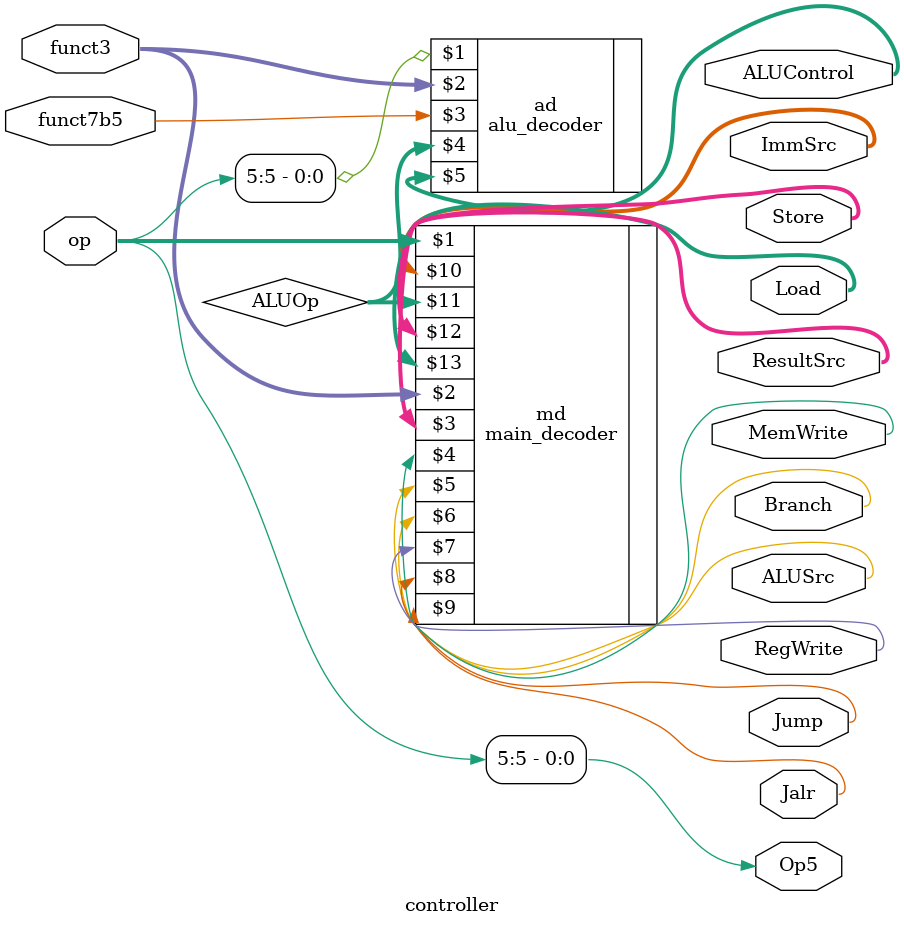
<source format=v>
module controller (
    input [6:0]  op,
    input [2:0]  funct3,
    input        funct7b5,
    output [1:0] ResultSrc,
    output       MemWrite,
    output       Jalr, ALUSrc,
    output       RegWrite, Op5,
    output [1:0] ImmSrc, Store,
    output [2:0] Load,
    output [3:0] ALUControl,
	 output 		  Jump, Branch
);

wire [1:0] ALUOp;
//wire       Branch, Jump, Take_Branch;

main_decoder   md(op, funct3, ResultSrc, MemWrite, Branch,
                    ALUSrc, RegWrite, Jump, Jalr,
                    ImmSrc, ALUOp, Store, Load);

alu_decoder    ad(op[5], funct3, funct7b5, ALUOp, ALUControl);

// for jump and branch
//assign PCSrc = (Branch & Take_Branch) | Jump;
assign Op5 = op[5];

endmodule
</source>
